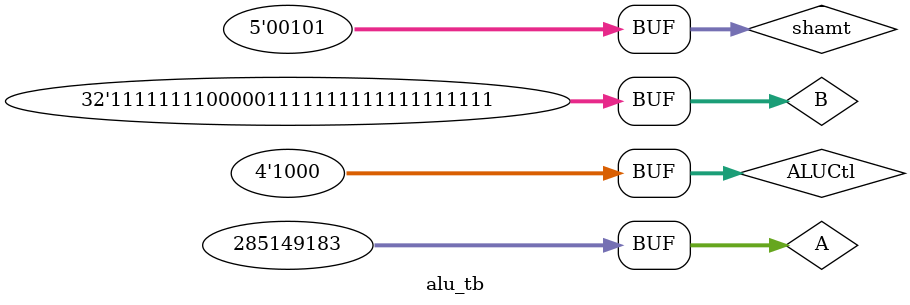
<source format=v>
module MIPSALU (ALUCtl,A,B,shamt,ALUout,zero);
input [3:0] ALUCtl;
input [4:0] shamt;
input [31:0] A,B;
output reg [31:0] ALUout;
output zero;
assign zero=(ALUout==0);
always @(ALUCtl, A,B)
case (ALUCtl) 
4'b0000: ALUout<=A&B;
4'b0001: ALUout<=A|B;
4'b0010: ALUout<=A+B;
4'b0011: ALUout<=A-B;
4'b0100: ALUout<=A<B?1:0;//slt 
4'b0101: ALUout<=~(A|B);//nor
4'b0110: ALUout<=(B<<shamt);//sll
4'b0111: ALUout<=($signed(B) >>> shamt);//sra 
4'b1000: ALUout<=(B>>shamt);//srl
4'b1001: ALUout<=A^B;//xor
default: ALUout<={32{1'bx}};
endcase
endmodule

module alu_tb();
reg[3:0]ALUCtl;
reg[31:0]A,B;
reg[4:0]shamt;
wire[31:0]ALUout;
wire zero;
MIPSALU tb (ALUCtl,A,B,shamt,ALUout,zero);
initial 
begin
$monitor ("aluout is %b ",ALUout);
ALUCtl=4'b0111;
A=32'b11111111_11111111_00000111_11111111;
shamt=5'b00101;
#3
ALUCtl=4'b0101;
A=32'b00010000_11111111_00000111_11111111;
B=32'b11111111_00000111_11111111_11111111;
shamt=5'b00101;

#3
ALUCtl=4'b0100;
A=32'b00010000_11111111_00000111_11111111;
B=32'b11111111_00000111_11111111_11111111;

#3
ALUCtl=4'b1000;
A=32'b00010000_11111111_00000111_11111111;
B=32'b11111111_00000111_11111111_11111111;
shamt=5'b00101;

end
endmodule 
</source>
